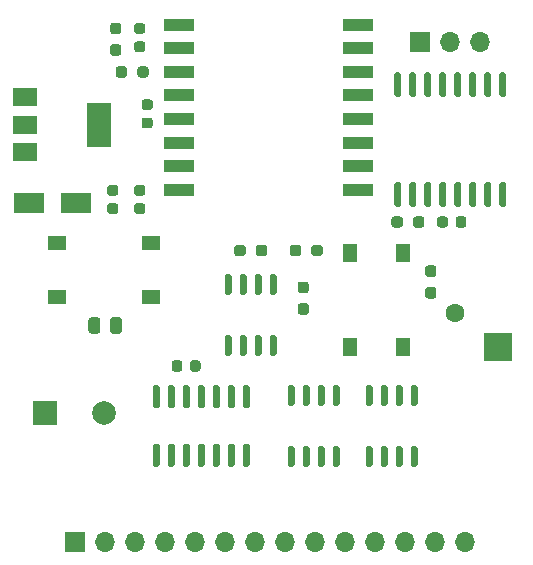
<source format=gbr>
%TF.GenerationSoftware,KiCad,Pcbnew,(5.1.10)-1*%
%TF.CreationDate,2021-07-07T23:24:12+02:00*%
%TF.ProjectId,Wortuhr_SK6812,576f7274-7568-4725-9f53-4b363831322e,rev?*%
%TF.SameCoordinates,Original*%
%TF.FileFunction,Soldermask,Top*%
%TF.FilePolarity,Negative*%
%FSLAX46Y46*%
G04 Gerber Fmt 4.6, Leading zero omitted, Abs format (unit mm)*
G04 Created by KiCad (PCBNEW (5.1.10)-1) date 2021-07-07 23:24:12*
%MOMM*%
%LPD*%
G01*
G04 APERTURE LIST*
%ADD10R,2.500000X1.000000*%
%ADD11O,1.700000X1.700000*%
%ADD12R,1.700000X1.700000*%
%ADD13C,1.600000*%
%ADD14R,2.350000X2.350000*%
%ADD15R,1.550000X1.300000*%
%ADD16R,2.000000X1.500000*%
%ADD17R,2.000000X3.800000*%
%ADD18R,1.300000X1.550000*%
%ADD19R,2.500000X1.800000*%
%ADD20C,2.000000*%
%ADD21R,2.000000X2.000000*%
G04 APERTURE END LIST*
D10*
%TO.C,U3*%
X142728000Y-109400000D03*
X142728000Y-111400000D03*
X142728000Y-113400000D03*
X142728000Y-115400000D03*
X142728000Y-117400000D03*
X142728000Y-119400000D03*
X142728000Y-121400000D03*
X142728000Y-123400000D03*
X127528000Y-123400000D03*
X127528000Y-121400000D03*
X127528000Y-119400000D03*
X127528000Y-117400000D03*
X127528000Y-115400000D03*
X127528000Y-113400000D03*
X127528000Y-111400000D03*
X127528000Y-109400000D03*
%TD*%
D11*
%TO.C,J2*%
X153035000Y-110871000D03*
X150495000Y-110871000D03*
D12*
X147955000Y-110871000D03*
%TD*%
D13*
%TO.C,BT1*%
X150909000Y-133777000D03*
D14*
X154559000Y-136652000D03*
%TD*%
%TO.C,U5*%
G36*
G01*
X125753000Y-141883000D02*
X125453000Y-141883000D01*
G75*
G02*
X125303000Y-141733000I0J150000D01*
G01*
X125303000Y-140083000D01*
G75*
G02*
X125453000Y-139933000I150000J0D01*
G01*
X125753000Y-139933000D01*
G75*
G02*
X125903000Y-140083000I0J-150000D01*
G01*
X125903000Y-141733000D01*
G75*
G02*
X125753000Y-141883000I-150000J0D01*
G01*
G37*
G36*
G01*
X127023000Y-141883000D02*
X126723000Y-141883000D01*
G75*
G02*
X126573000Y-141733000I0J150000D01*
G01*
X126573000Y-140083000D01*
G75*
G02*
X126723000Y-139933000I150000J0D01*
G01*
X127023000Y-139933000D01*
G75*
G02*
X127173000Y-140083000I0J-150000D01*
G01*
X127173000Y-141733000D01*
G75*
G02*
X127023000Y-141883000I-150000J0D01*
G01*
G37*
G36*
G01*
X128293000Y-141883000D02*
X127993000Y-141883000D01*
G75*
G02*
X127843000Y-141733000I0J150000D01*
G01*
X127843000Y-140083000D01*
G75*
G02*
X127993000Y-139933000I150000J0D01*
G01*
X128293000Y-139933000D01*
G75*
G02*
X128443000Y-140083000I0J-150000D01*
G01*
X128443000Y-141733000D01*
G75*
G02*
X128293000Y-141883000I-150000J0D01*
G01*
G37*
G36*
G01*
X129563000Y-141883000D02*
X129263000Y-141883000D01*
G75*
G02*
X129113000Y-141733000I0J150000D01*
G01*
X129113000Y-140083000D01*
G75*
G02*
X129263000Y-139933000I150000J0D01*
G01*
X129563000Y-139933000D01*
G75*
G02*
X129713000Y-140083000I0J-150000D01*
G01*
X129713000Y-141733000D01*
G75*
G02*
X129563000Y-141883000I-150000J0D01*
G01*
G37*
G36*
G01*
X130833000Y-141883000D02*
X130533000Y-141883000D01*
G75*
G02*
X130383000Y-141733000I0J150000D01*
G01*
X130383000Y-140083000D01*
G75*
G02*
X130533000Y-139933000I150000J0D01*
G01*
X130833000Y-139933000D01*
G75*
G02*
X130983000Y-140083000I0J-150000D01*
G01*
X130983000Y-141733000D01*
G75*
G02*
X130833000Y-141883000I-150000J0D01*
G01*
G37*
G36*
G01*
X132103000Y-141883000D02*
X131803000Y-141883000D01*
G75*
G02*
X131653000Y-141733000I0J150000D01*
G01*
X131653000Y-140083000D01*
G75*
G02*
X131803000Y-139933000I150000J0D01*
G01*
X132103000Y-139933000D01*
G75*
G02*
X132253000Y-140083000I0J-150000D01*
G01*
X132253000Y-141733000D01*
G75*
G02*
X132103000Y-141883000I-150000J0D01*
G01*
G37*
G36*
G01*
X133373000Y-141883000D02*
X133073000Y-141883000D01*
G75*
G02*
X132923000Y-141733000I0J150000D01*
G01*
X132923000Y-140083000D01*
G75*
G02*
X133073000Y-139933000I150000J0D01*
G01*
X133373000Y-139933000D01*
G75*
G02*
X133523000Y-140083000I0J-150000D01*
G01*
X133523000Y-141733000D01*
G75*
G02*
X133373000Y-141883000I-150000J0D01*
G01*
G37*
G36*
G01*
X133373000Y-146833000D02*
X133073000Y-146833000D01*
G75*
G02*
X132923000Y-146683000I0J150000D01*
G01*
X132923000Y-145033000D01*
G75*
G02*
X133073000Y-144883000I150000J0D01*
G01*
X133373000Y-144883000D01*
G75*
G02*
X133523000Y-145033000I0J-150000D01*
G01*
X133523000Y-146683000D01*
G75*
G02*
X133373000Y-146833000I-150000J0D01*
G01*
G37*
G36*
G01*
X132103000Y-146833000D02*
X131803000Y-146833000D01*
G75*
G02*
X131653000Y-146683000I0J150000D01*
G01*
X131653000Y-145033000D01*
G75*
G02*
X131803000Y-144883000I150000J0D01*
G01*
X132103000Y-144883000D01*
G75*
G02*
X132253000Y-145033000I0J-150000D01*
G01*
X132253000Y-146683000D01*
G75*
G02*
X132103000Y-146833000I-150000J0D01*
G01*
G37*
G36*
G01*
X130833000Y-146833000D02*
X130533000Y-146833000D01*
G75*
G02*
X130383000Y-146683000I0J150000D01*
G01*
X130383000Y-145033000D01*
G75*
G02*
X130533000Y-144883000I150000J0D01*
G01*
X130833000Y-144883000D01*
G75*
G02*
X130983000Y-145033000I0J-150000D01*
G01*
X130983000Y-146683000D01*
G75*
G02*
X130833000Y-146833000I-150000J0D01*
G01*
G37*
G36*
G01*
X129563000Y-146833000D02*
X129263000Y-146833000D01*
G75*
G02*
X129113000Y-146683000I0J150000D01*
G01*
X129113000Y-145033000D01*
G75*
G02*
X129263000Y-144883000I150000J0D01*
G01*
X129563000Y-144883000D01*
G75*
G02*
X129713000Y-145033000I0J-150000D01*
G01*
X129713000Y-146683000D01*
G75*
G02*
X129563000Y-146833000I-150000J0D01*
G01*
G37*
G36*
G01*
X128293000Y-146833000D02*
X127993000Y-146833000D01*
G75*
G02*
X127843000Y-146683000I0J150000D01*
G01*
X127843000Y-145033000D01*
G75*
G02*
X127993000Y-144883000I150000J0D01*
G01*
X128293000Y-144883000D01*
G75*
G02*
X128443000Y-145033000I0J-150000D01*
G01*
X128443000Y-146683000D01*
G75*
G02*
X128293000Y-146833000I-150000J0D01*
G01*
G37*
G36*
G01*
X127023000Y-146833000D02*
X126723000Y-146833000D01*
G75*
G02*
X126573000Y-146683000I0J150000D01*
G01*
X126573000Y-145033000D01*
G75*
G02*
X126723000Y-144883000I150000J0D01*
G01*
X127023000Y-144883000D01*
G75*
G02*
X127173000Y-145033000I0J-150000D01*
G01*
X127173000Y-146683000D01*
G75*
G02*
X127023000Y-146833000I-150000J0D01*
G01*
G37*
G36*
G01*
X125753000Y-146833000D02*
X125453000Y-146833000D01*
G75*
G02*
X125303000Y-146683000I0J150000D01*
G01*
X125303000Y-145033000D01*
G75*
G02*
X125453000Y-144883000I150000J0D01*
G01*
X125753000Y-144883000D01*
G75*
G02*
X125903000Y-145033000I0J-150000D01*
G01*
X125903000Y-146683000D01*
G75*
G02*
X125753000Y-146833000I-150000J0D01*
G01*
G37*
%TD*%
%TO.C,U4*%
G36*
G01*
X146200000Y-124801000D02*
X145900000Y-124801000D01*
G75*
G02*
X145750000Y-124651000I0J150000D01*
G01*
X145750000Y-122901000D01*
G75*
G02*
X145900000Y-122751000I150000J0D01*
G01*
X146200000Y-122751000D01*
G75*
G02*
X146350000Y-122901000I0J-150000D01*
G01*
X146350000Y-124651000D01*
G75*
G02*
X146200000Y-124801000I-150000J0D01*
G01*
G37*
G36*
G01*
X147470000Y-124801000D02*
X147170000Y-124801000D01*
G75*
G02*
X147020000Y-124651000I0J150000D01*
G01*
X147020000Y-122901000D01*
G75*
G02*
X147170000Y-122751000I150000J0D01*
G01*
X147470000Y-122751000D01*
G75*
G02*
X147620000Y-122901000I0J-150000D01*
G01*
X147620000Y-124651000D01*
G75*
G02*
X147470000Y-124801000I-150000J0D01*
G01*
G37*
G36*
G01*
X148740000Y-124801000D02*
X148440000Y-124801000D01*
G75*
G02*
X148290000Y-124651000I0J150000D01*
G01*
X148290000Y-122901000D01*
G75*
G02*
X148440000Y-122751000I150000J0D01*
G01*
X148740000Y-122751000D01*
G75*
G02*
X148890000Y-122901000I0J-150000D01*
G01*
X148890000Y-124651000D01*
G75*
G02*
X148740000Y-124801000I-150000J0D01*
G01*
G37*
G36*
G01*
X150010000Y-124801000D02*
X149710000Y-124801000D01*
G75*
G02*
X149560000Y-124651000I0J150000D01*
G01*
X149560000Y-122901000D01*
G75*
G02*
X149710000Y-122751000I150000J0D01*
G01*
X150010000Y-122751000D01*
G75*
G02*
X150160000Y-122901000I0J-150000D01*
G01*
X150160000Y-124651000D01*
G75*
G02*
X150010000Y-124801000I-150000J0D01*
G01*
G37*
G36*
G01*
X151280000Y-124801000D02*
X150980000Y-124801000D01*
G75*
G02*
X150830000Y-124651000I0J150000D01*
G01*
X150830000Y-122901000D01*
G75*
G02*
X150980000Y-122751000I150000J0D01*
G01*
X151280000Y-122751000D01*
G75*
G02*
X151430000Y-122901000I0J-150000D01*
G01*
X151430000Y-124651000D01*
G75*
G02*
X151280000Y-124801000I-150000J0D01*
G01*
G37*
G36*
G01*
X152550000Y-124801000D02*
X152250000Y-124801000D01*
G75*
G02*
X152100000Y-124651000I0J150000D01*
G01*
X152100000Y-122901000D01*
G75*
G02*
X152250000Y-122751000I150000J0D01*
G01*
X152550000Y-122751000D01*
G75*
G02*
X152700000Y-122901000I0J-150000D01*
G01*
X152700000Y-124651000D01*
G75*
G02*
X152550000Y-124801000I-150000J0D01*
G01*
G37*
G36*
G01*
X153820000Y-124801000D02*
X153520000Y-124801000D01*
G75*
G02*
X153370000Y-124651000I0J150000D01*
G01*
X153370000Y-122901000D01*
G75*
G02*
X153520000Y-122751000I150000J0D01*
G01*
X153820000Y-122751000D01*
G75*
G02*
X153970000Y-122901000I0J-150000D01*
G01*
X153970000Y-124651000D01*
G75*
G02*
X153820000Y-124801000I-150000J0D01*
G01*
G37*
G36*
G01*
X155090000Y-124801000D02*
X154790000Y-124801000D01*
G75*
G02*
X154640000Y-124651000I0J150000D01*
G01*
X154640000Y-122901000D01*
G75*
G02*
X154790000Y-122751000I150000J0D01*
G01*
X155090000Y-122751000D01*
G75*
G02*
X155240000Y-122901000I0J-150000D01*
G01*
X155240000Y-124651000D01*
G75*
G02*
X155090000Y-124801000I-150000J0D01*
G01*
G37*
G36*
G01*
X155090000Y-115501000D02*
X154790000Y-115501000D01*
G75*
G02*
X154640000Y-115351000I0J150000D01*
G01*
X154640000Y-113601000D01*
G75*
G02*
X154790000Y-113451000I150000J0D01*
G01*
X155090000Y-113451000D01*
G75*
G02*
X155240000Y-113601000I0J-150000D01*
G01*
X155240000Y-115351000D01*
G75*
G02*
X155090000Y-115501000I-150000J0D01*
G01*
G37*
G36*
G01*
X153820000Y-115501000D02*
X153520000Y-115501000D01*
G75*
G02*
X153370000Y-115351000I0J150000D01*
G01*
X153370000Y-113601000D01*
G75*
G02*
X153520000Y-113451000I150000J0D01*
G01*
X153820000Y-113451000D01*
G75*
G02*
X153970000Y-113601000I0J-150000D01*
G01*
X153970000Y-115351000D01*
G75*
G02*
X153820000Y-115501000I-150000J0D01*
G01*
G37*
G36*
G01*
X152550000Y-115501000D02*
X152250000Y-115501000D01*
G75*
G02*
X152100000Y-115351000I0J150000D01*
G01*
X152100000Y-113601000D01*
G75*
G02*
X152250000Y-113451000I150000J0D01*
G01*
X152550000Y-113451000D01*
G75*
G02*
X152700000Y-113601000I0J-150000D01*
G01*
X152700000Y-115351000D01*
G75*
G02*
X152550000Y-115501000I-150000J0D01*
G01*
G37*
G36*
G01*
X151280000Y-115501000D02*
X150980000Y-115501000D01*
G75*
G02*
X150830000Y-115351000I0J150000D01*
G01*
X150830000Y-113601000D01*
G75*
G02*
X150980000Y-113451000I150000J0D01*
G01*
X151280000Y-113451000D01*
G75*
G02*
X151430000Y-113601000I0J-150000D01*
G01*
X151430000Y-115351000D01*
G75*
G02*
X151280000Y-115501000I-150000J0D01*
G01*
G37*
G36*
G01*
X150010000Y-115501000D02*
X149710000Y-115501000D01*
G75*
G02*
X149560000Y-115351000I0J150000D01*
G01*
X149560000Y-113601000D01*
G75*
G02*
X149710000Y-113451000I150000J0D01*
G01*
X150010000Y-113451000D01*
G75*
G02*
X150160000Y-113601000I0J-150000D01*
G01*
X150160000Y-115351000D01*
G75*
G02*
X150010000Y-115501000I-150000J0D01*
G01*
G37*
G36*
G01*
X148740000Y-115501000D02*
X148440000Y-115501000D01*
G75*
G02*
X148290000Y-115351000I0J150000D01*
G01*
X148290000Y-113601000D01*
G75*
G02*
X148440000Y-113451000I150000J0D01*
G01*
X148740000Y-113451000D01*
G75*
G02*
X148890000Y-113601000I0J-150000D01*
G01*
X148890000Y-115351000D01*
G75*
G02*
X148740000Y-115501000I-150000J0D01*
G01*
G37*
G36*
G01*
X147470000Y-115501000D02*
X147170000Y-115501000D01*
G75*
G02*
X147020000Y-115351000I0J150000D01*
G01*
X147020000Y-113601000D01*
G75*
G02*
X147170000Y-113451000I150000J0D01*
G01*
X147470000Y-113451000D01*
G75*
G02*
X147620000Y-113601000I0J-150000D01*
G01*
X147620000Y-115351000D01*
G75*
G02*
X147470000Y-115501000I-150000J0D01*
G01*
G37*
G36*
G01*
X146200000Y-115501000D02*
X145900000Y-115501000D01*
G75*
G02*
X145750000Y-115351000I0J150000D01*
G01*
X145750000Y-113601000D01*
G75*
G02*
X145900000Y-113451000I150000J0D01*
G01*
X146200000Y-113451000D01*
G75*
G02*
X146350000Y-113601000I0J-150000D01*
G01*
X146350000Y-115351000D01*
G75*
G02*
X146200000Y-115501000I-150000J0D01*
G01*
G37*
%TD*%
%TO.C,R7*%
G36*
G01*
X148315500Y-125873500D02*
X148315500Y-126348500D01*
G75*
G02*
X148078000Y-126586000I-237500J0D01*
G01*
X147578000Y-126586000D01*
G75*
G02*
X147340500Y-126348500I0J237500D01*
G01*
X147340500Y-125873500D01*
G75*
G02*
X147578000Y-125636000I237500J0D01*
G01*
X148078000Y-125636000D01*
G75*
G02*
X148315500Y-125873500I0J-237500D01*
G01*
G37*
G36*
G01*
X146490500Y-125873500D02*
X146490500Y-126348500D01*
G75*
G02*
X146253000Y-126586000I-237500J0D01*
G01*
X145753000Y-126586000D01*
G75*
G02*
X145515500Y-126348500I0J237500D01*
G01*
X145515500Y-125873500D01*
G75*
G02*
X145753000Y-125636000I237500J0D01*
G01*
X146253000Y-125636000D01*
G75*
G02*
X146490500Y-125873500I0J-237500D01*
G01*
G37*
%TD*%
%TO.C,JP1*%
G36*
G01*
X121685000Y-135324001D02*
X121685000Y-134423999D01*
G75*
G02*
X121934999Y-134174000I249999J0D01*
G01*
X122460001Y-134174000D01*
G75*
G02*
X122710000Y-134423999I0J-249999D01*
G01*
X122710000Y-135324001D01*
G75*
G02*
X122460001Y-135574000I-249999J0D01*
G01*
X121934999Y-135574000D01*
G75*
G02*
X121685000Y-135324001I0J249999D01*
G01*
G37*
G36*
G01*
X119860000Y-135324001D02*
X119860000Y-134423999D01*
G75*
G02*
X120109999Y-134174000I249999J0D01*
G01*
X120635001Y-134174000D01*
G75*
G02*
X120885000Y-134423999I0J-249999D01*
G01*
X120885000Y-135324001D01*
G75*
G02*
X120635001Y-135574000I-249999J0D01*
G01*
X120109999Y-135574000D01*
G75*
G02*
X119860000Y-135324001I0J249999D01*
G01*
G37*
%TD*%
D11*
%TO.C,J1*%
X151765000Y-153162000D03*
X149225000Y-153162000D03*
X146685000Y-153162000D03*
X144145000Y-153162000D03*
X141605000Y-153162000D03*
X139065000Y-153162000D03*
X136525000Y-153162000D03*
X133985000Y-153162000D03*
X131445000Y-153162000D03*
X128905000Y-153162000D03*
X126365000Y-153162000D03*
X123825000Y-153162000D03*
X121285000Y-153162000D03*
D12*
X118745000Y-153162000D03*
%TD*%
%TO.C,C7*%
G36*
G01*
X150947000Y-126361000D02*
X150947000Y-125861000D01*
G75*
G02*
X151172000Y-125636000I225000J0D01*
G01*
X151622000Y-125636000D01*
G75*
G02*
X151847000Y-125861000I0J-225000D01*
G01*
X151847000Y-126361000D01*
G75*
G02*
X151622000Y-126586000I-225000J0D01*
G01*
X151172000Y-126586000D01*
G75*
G02*
X150947000Y-126361000I0J225000D01*
G01*
G37*
G36*
G01*
X149397000Y-126361000D02*
X149397000Y-125861000D01*
G75*
G02*
X149622000Y-125636000I225000J0D01*
G01*
X150072000Y-125636000D01*
G75*
G02*
X150297000Y-125861000I0J-225000D01*
G01*
X150297000Y-126361000D01*
G75*
G02*
X150072000Y-126586000I-225000J0D01*
G01*
X149622000Y-126586000D01*
G75*
G02*
X149397000Y-126361000I0J225000D01*
G01*
G37*
%TD*%
D15*
%TO.C,SW1*%
X117183000Y-127925000D03*
X117183000Y-132425000D03*
X125133000Y-132425000D03*
X125133000Y-127925000D03*
%TD*%
%TO.C,C6*%
G36*
G01*
X127818000Y-138053000D02*
X127818000Y-138553000D01*
G75*
G02*
X127593000Y-138778000I-225000J0D01*
G01*
X127143000Y-138778000D01*
G75*
G02*
X126918000Y-138553000I0J225000D01*
G01*
X126918000Y-138053000D01*
G75*
G02*
X127143000Y-137828000I225000J0D01*
G01*
X127593000Y-137828000D01*
G75*
G02*
X127818000Y-138053000I0J-225000D01*
G01*
G37*
G36*
G01*
X129368000Y-138053000D02*
X129368000Y-138553000D01*
G75*
G02*
X129143000Y-138778000I-225000J0D01*
G01*
X128693000Y-138778000D01*
G75*
G02*
X128468000Y-138553000I0J225000D01*
G01*
X128468000Y-138053000D01*
G75*
G02*
X128693000Y-137828000I225000J0D01*
G01*
X129143000Y-137828000D01*
G75*
G02*
X129368000Y-138053000I0J-225000D01*
G01*
G37*
%TD*%
%TO.C,C5*%
G36*
G01*
X124591000Y-117279000D02*
X125091000Y-117279000D01*
G75*
G02*
X125316000Y-117504000I0J-225000D01*
G01*
X125316000Y-117954000D01*
G75*
G02*
X125091000Y-118179000I-225000J0D01*
G01*
X124591000Y-118179000D01*
G75*
G02*
X124366000Y-117954000I0J225000D01*
G01*
X124366000Y-117504000D01*
G75*
G02*
X124591000Y-117279000I225000J0D01*
G01*
G37*
G36*
G01*
X124591000Y-115729000D02*
X125091000Y-115729000D01*
G75*
G02*
X125316000Y-115954000I0J-225000D01*
G01*
X125316000Y-116404000D01*
G75*
G02*
X125091000Y-116629000I-225000J0D01*
G01*
X124591000Y-116629000D01*
G75*
G02*
X124366000Y-116404000I0J225000D01*
G01*
X124366000Y-115954000D01*
G75*
G02*
X124591000Y-115729000I225000J0D01*
G01*
G37*
%TD*%
%TO.C,C4*%
G36*
G01*
X123956000Y-110828000D02*
X124456000Y-110828000D01*
G75*
G02*
X124681000Y-111053000I0J-225000D01*
G01*
X124681000Y-111503000D01*
G75*
G02*
X124456000Y-111728000I-225000J0D01*
G01*
X123956000Y-111728000D01*
G75*
G02*
X123731000Y-111503000I0J225000D01*
G01*
X123731000Y-111053000D01*
G75*
G02*
X123956000Y-110828000I225000J0D01*
G01*
G37*
G36*
G01*
X123956000Y-109278000D02*
X124456000Y-109278000D01*
G75*
G02*
X124681000Y-109503000I0J-225000D01*
G01*
X124681000Y-109953000D01*
G75*
G02*
X124456000Y-110178000I-225000J0D01*
G01*
X123956000Y-110178000D01*
G75*
G02*
X123731000Y-109953000I0J225000D01*
G01*
X123731000Y-109503000D01*
G75*
G02*
X123956000Y-109278000I225000J0D01*
G01*
G37*
%TD*%
D16*
%TO.C,U2*%
X114452000Y-115556000D03*
X114452000Y-120156000D03*
X114452000Y-117856000D03*
D17*
X120752000Y-117856000D03*
%TD*%
%TO.C,U1*%
G36*
G01*
X135359000Y-135685000D02*
X135659000Y-135685000D01*
G75*
G02*
X135809000Y-135835000I0J-150000D01*
G01*
X135809000Y-137285000D01*
G75*
G02*
X135659000Y-137435000I-150000J0D01*
G01*
X135359000Y-137435000D01*
G75*
G02*
X135209000Y-137285000I0J150000D01*
G01*
X135209000Y-135835000D01*
G75*
G02*
X135359000Y-135685000I150000J0D01*
G01*
G37*
G36*
G01*
X134089000Y-135685000D02*
X134389000Y-135685000D01*
G75*
G02*
X134539000Y-135835000I0J-150000D01*
G01*
X134539000Y-137285000D01*
G75*
G02*
X134389000Y-137435000I-150000J0D01*
G01*
X134089000Y-137435000D01*
G75*
G02*
X133939000Y-137285000I0J150000D01*
G01*
X133939000Y-135835000D01*
G75*
G02*
X134089000Y-135685000I150000J0D01*
G01*
G37*
G36*
G01*
X132819000Y-135685000D02*
X133119000Y-135685000D01*
G75*
G02*
X133269000Y-135835000I0J-150000D01*
G01*
X133269000Y-137285000D01*
G75*
G02*
X133119000Y-137435000I-150000J0D01*
G01*
X132819000Y-137435000D01*
G75*
G02*
X132669000Y-137285000I0J150000D01*
G01*
X132669000Y-135835000D01*
G75*
G02*
X132819000Y-135685000I150000J0D01*
G01*
G37*
G36*
G01*
X131549000Y-135685000D02*
X131849000Y-135685000D01*
G75*
G02*
X131999000Y-135835000I0J-150000D01*
G01*
X131999000Y-137285000D01*
G75*
G02*
X131849000Y-137435000I-150000J0D01*
G01*
X131549000Y-137435000D01*
G75*
G02*
X131399000Y-137285000I0J150000D01*
G01*
X131399000Y-135835000D01*
G75*
G02*
X131549000Y-135685000I150000J0D01*
G01*
G37*
G36*
G01*
X131549000Y-130535000D02*
X131849000Y-130535000D01*
G75*
G02*
X131999000Y-130685000I0J-150000D01*
G01*
X131999000Y-132135000D01*
G75*
G02*
X131849000Y-132285000I-150000J0D01*
G01*
X131549000Y-132285000D01*
G75*
G02*
X131399000Y-132135000I0J150000D01*
G01*
X131399000Y-130685000D01*
G75*
G02*
X131549000Y-130535000I150000J0D01*
G01*
G37*
G36*
G01*
X132819000Y-130535000D02*
X133119000Y-130535000D01*
G75*
G02*
X133269000Y-130685000I0J-150000D01*
G01*
X133269000Y-132135000D01*
G75*
G02*
X133119000Y-132285000I-150000J0D01*
G01*
X132819000Y-132285000D01*
G75*
G02*
X132669000Y-132135000I0J150000D01*
G01*
X132669000Y-130685000D01*
G75*
G02*
X132819000Y-130535000I150000J0D01*
G01*
G37*
G36*
G01*
X134089000Y-130535000D02*
X134389000Y-130535000D01*
G75*
G02*
X134539000Y-130685000I0J-150000D01*
G01*
X134539000Y-132135000D01*
G75*
G02*
X134389000Y-132285000I-150000J0D01*
G01*
X134089000Y-132285000D01*
G75*
G02*
X133939000Y-132135000I0J150000D01*
G01*
X133939000Y-130685000D01*
G75*
G02*
X134089000Y-130535000I150000J0D01*
G01*
G37*
G36*
G01*
X135359000Y-130535000D02*
X135659000Y-130535000D01*
G75*
G02*
X135809000Y-130685000I0J-150000D01*
G01*
X135809000Y-132135000D01*
G75*
G02*
X135659000Y-132285000I-150000J0D01*
G01*
X135359000Y-132285000D01*
G75*
G02*
X135209000Y-132135000I0J150000D01*
G01*
X135209000Y-130685000D01*
G75*
G02*
X135359000Y-130535000I150000J0D01*
G01*
G37*
%TD*%
D18*
%TO.C,SW2*%
X142022000Y-136690000D03*
X146522000Y-136690000D03*
X146522000Y-128740000D03*
X142022000Y-128740000D03*
%TD*%
%TO.C,R6*%
G36*
G01*
X139703000Y-128286500D02*
X139703000Y-128761500D01*
G75*
G02*
X139465500Y-128999000I-237500J0D01*
G01*
X138965500Y-128999000D01*
G75*
G02*
X138728000Y-128761500I0J237500D01*
G01*
X138728000Y-128286500D01*
G75*
G02*
X138965500Y-128049000I237500J0D01*
G01*
X139465500Y-128049000D01*
G75*
G02*
X139703000Y-128286500I0J-237500D01*
G01*
G37*
G36*
G01*
X137878000Y-128286500D02*
X137878000Y-128761500D01*
G75*
G02*
X137640500Y-128999000I-237500J0D01*
G01*
X137140500Y-128999000D01*
G75*
G02*
X136903000Y-128761500I0J237500D01*
G01*
X136903000Y-128286500D01*
G75*
G02*
X137140500Y-128049000I237500J0D01*
G01*
X137640500Y-128049000D01*
G75*
G02*
X137878000Y-128286500I0J-237500D01*
G01*
G37*
%TD*%
%TO.C,R5*%
G36*
G01*
X148606500Y-131616000D02*
X149081500Y-131616000D01*
G75*
G02*
X149319000Y-131853500I0J-237500D01*
G01*
X149319000Y-132353500D01*
G75*
G02*
X149081500Y-132591000I-237500J0D01*
G01*
X148606500Y-132591000D01*
G75*
G02*
X148369000Y-132353500I0J237500D01*
G01*
X148369000Y-131853500D01*
G75*
G02*
X148606500Y-131616000I237500J0D01*
G01*
G37*
G36*
G01*
X148606500Y-129791000D02*
X149081500Y-129791000D01*
G75*
G02*
X149319000Y-130028500I0J-237500D01*
G01*
X149319000Y-130528500D01*
G75*
G02*
X149081500Y-130766000I-237500J0D01*
G01*
X148606500Y-130766000D01*
G75*
G02*
X148369000Y-130528500I0J237500D01*
G01*
X148369000Y-130028500D01*
G75*
G02*
X148606500Y-129791000I237500J0D01*
G01*
G37*
%TD*%
%TO.C,R4*%
G36*
G01*
X122411500Y-110215500D02*
X121936500Y-110215500D01*
G75*
G02*
X121699000Y-109978000I0J237500D01*
G01*
X121699000Y-109478000D01*
G75*
G02*
X121936500Y-109240500I237500J0D01*
G01*
X122411500Y-109240500D01*
G75*
G02*
X122649000Y-109478000I0J-237500D01*
G01*
X122649000Y-109978000D01*
G75*
G02*
X122411500Y-110215500I-237500J0D01*
G01*
G37*
G36*
G01*
X122411500Y-112040500D02*
X121936500Y-112040500D01*
G75*
G02*
X121699000Y-111803000I0J237500D01*
G01*
X121699000Y-111303000D01*
G75*
G02*
X121936500Y-111065500I237500J0D01*
G01*
X122411500Y-111065500D01*
G75*
G02*
X122649000Y-111303000I0J-237500D01*
G01*
X122649000Y-111803000D01*
G75*
G02*
X122411500Y-112040500I-237500J0D01*
G01*
G37*
%TD*%
%TO.C,R3*%
G36*
G01*
X123996000Y-113648500D02*
X123996000Y-113173500D01*
G75*
G02*
X124233500Y-112936000I237500J0D01*
G01*
X124733500Y-112936000D01*
G75*
G02*
X124971000Y-113173500I0J-237500D01*
G01*
X124971000Y-113648500D01*
G75*
G02*
X124733500Y-113886000I-237500J0D01*
G01*
X124233500Y-113886000D01*
G75*
G02*
X123996000Y-113648500I0J237500D01*
G01*
G37*
G36*
G01*
X122171000Y-113648500D02*
X122171000Y-113173500D01*
G75*
G02*
X122408500Y-112936000I237500J0D01*
G01*
X122908500Y-112936000D01*
G75*
G02*
X123146000Y-113173500I0J-237500D01*
G01*
X123146000Y-113648500D01*
G75*
G02*
X122908500Y-113886000I-237500J0D01*
G01*
X122408500Y-113886000D01*
G75*
G02*
X122171000Y-113648500I0J237500D01*
G01*
G37*
%TD*%
%TO.C,R2*%
G36*
G01*
X134029000Y-128761500D02*
X134029000Y-128286500D01*
G75*
G02*
X134266500Y-128049000I237500J0D01*
G01*
X134766500Y-128049000D01*
G75*
G02*
X135004000Y-128286500I0J-237500D01*
G01*
X135004000Y-128761500D01*
G75*
G02*
X134766500Y-128999000I-237500J0D01*
G01*
X134266500Y-128999000D01*
G75*
G02*
X134029000Y-128761500I0J237500D01*
G01*
G37*
G36*
G01*
X132204000Y-128761500D02*
X132204000Y-128286500D01*
G75*
G02*
X132441500Y-128049000I237500J0D01*
G01*
X132941500Y-128049000D01*
G75*
G02*
X133179000Y-128286500I0J-237500D01*
G01*
X133179000Y-128761500D01*
G75*
G02*
X132941500Y-128999000I-237500J0D01*
G01*
X132441500Y-128999000D01*
G75*
G02*
X132204000Y-128761500I0J237500D01*
G01*
G37*
%TD*%
%TO.C,R1*%
G36*
G01*
X138286500Y-132139500D02*
X137811500Y-132139500D01*
G75*
G02*
X137574000Y-131902000I0J237500D01*
G01*
X137574000Y-131402000D01*
G75*
G02*
X137811500Y-131164500I237500J0D01*
G01*
X138286500Y-131164500D01*
G75*
G02*
X138524000Y-131402000I0J-237500D01*
G01*
X138524000Y-131902000D01*
G75*
G02*
X138286500Y-132139500I-237500J0D01*
G01*
G37*
G36*
G01*
X138286500Y-133964500D02*
X137811500Y-133964500D01*
G75*
G02*
X137574000Y-133727000I0J237500D01*
G01*
X137574000Y-133227000D01*
G75*
G02*
X137811500Y-132989500I237500J0D01*
G01*
X138286500Y-132989500D01*
G75*
G02*
X138524000Y-133227000I0J-237500D01*
G01*
X138524000Y-133727000D01*
G75*
G02*
X138286500Y-133964500I-237500J0D01*
G01*
G37*
%TD*%
%TO.C,Q2*%
G36*
G01*
X147297000Y-145083000D02*
X147597000Y-145083000D01*
G75*
G02*
X147747000Y-145233000I0J-150000D01*
G01*
X147747000Y-146683000D01*
G75*
G02*
X147597000Y-146833000I-150000J0D01*
G01*
X147297000Y-146833000D01*
G75*
G02*
X147147000Y-146683000I0J150000D01*
G01*
X147147000Y-145233000D01*
G75*
G02*
X147297000Y-145083000I150000J0D01*
G01*
G37*
G36*
G01*
X146027000Y-145083000D02*
X146327000Y-145083000D01*
G75*
G02*
X146477000Y-145233000I0J-150000D01*
G01*
X146477000Y-146683000D01*
G75*
G02*
X146327000Y-146833000I-150000J0D01*
G01*
X146027000Y-146833000D01*
G75*
G02*
X145877000Y-146683000I0J150000D01*
G01*
X145877000Y-145233000D01*
G75*
G02*
X146027000Y-145083000I150000J0D01*
G01*
G37*
G36*
G01*
X144757000Y-145083000D02*
X145057000Y-145083000D01*
G75*
G02*
X145207000Y-145233000I0J-150000D01*
G01*
X145207000Y-146683000D01*
G75*
G02*
X145057000Y-146833000I-150000J0D01*
G01*
X144757000Y-146833000D01*
G75*
G02*
X144607000Y-146683000I0J150000D01*
G01*
X144607000Y-145233000D01*
G75*
G02*
X144757000Y-145083000I150000J0D01*
G01*
G37*
G36*
G01*
X143487000Y-145083000D02*
X143787000Y-145083000D01*
G75*
G02*
X143937000Y-145233000I0J-150000D01*
G01*
X143937000Y-146683000D01*
G75*
G02*
X143787000Y-146833000I-150000J0D01*
G01*
X143487000Y-146833000D01*
G75*
G02*
X143337000Y-146683000I0J150000D01*
G01*
X143337000Y-145233000D01*
G75*
G02*
X143487000Y-145083000I150000J0D01*
G01*
G37*
G36*
G01*
X143487000Y-139933000D02*
X143787000Y-139933000D01*
G75*
G02*
X143937000Y-140083000I0J-150000D01*
G01*
X143937000Y-141533000D01*
G75*
G02*
X143787000Y-141683000I-150000J0D01*
G01*
X143487000Y-141683000D01*
G75*
G02*
X143337000Y-141533000I0J150000D01*
G01*
X143337000Y-140083000D01*
G75*
G02*
X143487000Y-139933000I150000J0D01*
G01*
G37*
G36*
G01*
X144757000Y-139933000D02*
X145057000Y-139933000D01*
G75*
G02*
X145207000Y-140083000I0J-150000D01*
G01*
X145207000Y-141533000D01*
G75*
G02*
X145057000Y-141683000I-150000J0D01*
G01*
X144757000Y-141683000D01*
G75*
G02*
X144607000Y-141533000I0J150000D01*
G01*
X144607000Y-140083000D01*
G75*
G02*
X144757000Y-139933000I150000J0D01*
G01*
G37*
G36*
G01*
X146027000Y-139933000D02*
X146327000Y-139933000D01*
G75*
G02*
X146477000Y-140083000I0J-150000D01*
G01*
X146477000Y-141533000D01*
G75*
G02*
X146327000Y-141683000I-150000J0D01*
G01*
X146027000Y-141683000D01*
G75*
G02*
X145877000Y-141533000I0J150000D01*
G01*
X145877000Y-140083000D01*
G75*
G02*
X146027000Y-139933000I150000J0D01*
G01*
G37*
G36*
G01*
X147297000Y-139933000D02*
X147597000Y-139933000D01*
G75*
G02*
X147747000Y-140083000I0J-150000D01*
G01*
X147747000Y-141533000D01*
G75*
G02*
X147597000Y-141683000I-150000J0D01*
G01*
X147297000Y-141683000D01*
G75*
G02*
X147147000Y-141533000I0J150000D01*
G01*
X147147000Y-140083000D01*
G75*
G02*
X147297000Y-139933000I150000J0D01*
G01*
G37*
%TD*%
%TO.C,Q1*%
G36*
G01*
X140693000Y-145083000D02*
X140993000Y-145083000D01*
G75*
G02*
X141143000Y-145233000I0J-150000D01*
G01*
X141143000Y-146683000D01*
G75*
G02*
X140993000Y-146833000I-150000J0D01*
G01*
X140693000Y-146833000D01*
G75*
G02*
X140543000Y-146683000I0J150000D01*
G01*
X140543000Y-145233000D01*
G75*
G02*
X140693000Y-145083000I150000J0D01*
G01*
G37*
G36*
G01*
X139423000Y-145083000D02*
X139723000Y-145083000D01*
G75*
G02*
X139873000Y-145233000I0J-150000D01*
G01*
X139873000Y-146683000D01*
G75*
G02*
X139723000Y-146833000I-150000J0D01*
G01*
X139423000Y-146833000D01*
G75*
G02*
X139273000Y-146683000I0J150000D01*
G01*
X139273000Y-145233000D01*
G75*
G02*
X139423000Y-145083000I150000J0D01*
G01*
G37*
G36*
G01*
X138153000Y-145083000D02*
X138453000Y-145083000D01*
G75*
G02*
X138603000Y-145233000I0J-150000D01*
G01*
X138603000Y-146683000D01*
G75*
G02*
X138453000Y-146833000I-150000J0D01*
G01*
X138153000Y-146833000D01*
G75*
G02*
X138003000Y-146683000I0J150000D01*
G01*
X138003000Y-145233000D01*
G75*
G02*
X138153000Y-145083000I150000J0D01*
G01*
G37*
G36*
G01*
X136883000Y-145083000D02*
X137183000Y-145083000D01*
G75*
G02*
X137333000Y-145233000I0J-150000D01*
G01*
X137333000Y-146683000D01*
G75*
G02*
X137183000Y-146833000I-150000J0D01*
G01*
X136883000Y-146833000D01*
G75*
G02*
X136733000Y-146683000I0J150000D01*
G01*
X136733000Y-145233000D01*
G75*
G02*
X136883000Y-145083000I150000J0D01*
G01*
G37*
G36*
G01*
X136883000Y-139933000D02*
X137183000Y-139933000D01*
G75*
G02*
X137333000Y-140083000I0J-150000D01*
G01*
X137333000Y-141533000D01*
G75*
G02*
X137183000Y-141683000I-150000J0D01*
G01*
X136883000Y-141683000D01*
G75*
G02*
X136733000Y-141533000I0J150000D01*
G01*
X136733000Y-140083000D01*
G75*
G02*
X136883000Y-139933000I150000J0D01*
G01*
G37*
G36*
G01*
X138153000Y-139933000D02*
X138453000Y-139933000D01*
G75*
G02*
X138603000Y-140083000I0J-150000D01*
G01*
X138603000Y-141533000D01*
G75*
G02*
X138453000Y-141683000I-150000J0D01*
G01*
X138153000Y-141683000D01*
G75*
G02*
X138003000Y-141533000I0J150000D01*
G01*
X138003000Y-140083000D01*
G75*
G02*
X138153000Y-139933000I150000J0D01*
G01*
G37*
G36*
G01*
X139423000Y-139933000D02*
X139723000Y-139933000D01*
G75*
G02*
X139873000Y-140083000I0J-150000D01*
G01*
X139873000Y-141533000D01*
G75*
G02*
X139723000Y-141683000I-150000J0D01*
G01*
X139423000Y-141683000D01*
G75*
G02*
X139273000Y-141533000I0J150000D01*
G01*
X139273000Y-140083000D01*
G75*
G02*
X139423000Y-139933000I150000J0D01*
G01*
G37*
G36*
G01*
X140693000Y-139933000D02*
X140993000Y-139933000D01*
G75*
G02*
X141143000Y-140083000I0J-150000D01*
G01*
X141143000Y-141533000D01*
G75*
G02*
X140993000Y-141683000I-150000J0D01*
G01*
X140693000Y-141683000D01*
G75*
G02*
X140543000Y-141533000I0J150000D01*
G01*
X140543000Y-140083000D01*
G75*
G02*
X140693000Y-139933000I150000J0D01*
G01*
G37*
%TD*%
D19*
%TO.C,D1*%
X118840000Y-124460000D03*
X114840000Y-124460000D03*
%TD*%
%TO.C,C3*%
G36*
G01*
X121670000Y-124531000D02*
X122170000Y-124531000D01*
G75*
G02*
X122395000Y-124756000I0J-225000D01*
G01*
X122395000Y-125206000D01*
G75*
G02*
X122170000Y-125431000I-225000J0D01*
G01*
X121670000Y-125431000D01*
G75*
G02*
X121445000Y-125206000I0J225000D01*
G01*
X121445000Y-124756000D01*
G75*
G02*
X121670000Y-124531000I225000J0D01*
G01*
G37*
G36*
G01*
X121670000Y-122981000D02*
X122170000Y-122981000D01*
G75*
G02*
X122395000Y-123206000I0J-225000D01*
G01*
X122395000Y-123656000D01*
G75*
G02*
X122170000Y-123881000I-225000J0D01*
G01*
X121670000Y-123881000D01*
G75*
G02*
X121445000Y-123656000I0J225000D01*
G01*
X121445000Y-123206000D01*
G75*
G02*
X121670000Y-122981000I225000J0D01*
G01*
G37*
%TD*%
%TO.C,C2*%
G36*
G01*
X123956000Y-124531000D02*
X124456000Y-124531000D01*
G75*
G02*
X124681000Y-124756000I0J-225000D01*
G01*
X124681000Y-125206000D01*
G75*
G02*
X124456000Y-125431000I-225000J0D01*
G01*
X123956000Y-125431000D01*
G75*
G02*
X123731000Y-125206000I0J225000D01*
G01*
X123731000Y-124756000D01*
G75*
G02*
X123956000Y-124531000I225000J0D01*
G01*
G37*
G36*
G01*
X123956000Y-122981000D02*
X124456000Y-122981000D01*
G75*
G02*
X124681000Y-123206000I0J-225000D01*
G01*
X124681000Y-123656000D01*
G75*
G02*
X124456000Y-123881000I-225000J0D01*
G01*
X123956000Y-123881000D01*
G75*
G02*
X123731000Y-123656000I0J225000D01*
G01*
X123731000Y-123206000D01*
G75*
G02*
X123956000Y-122981000I225000J0D01*
G01*
G37*
%TD*%
D20*
%TO.C,C1*%
X121205000Y-142240000D03*
D21*
X116205000Y-142240000D03*
%TD*%
M02*

</source>
